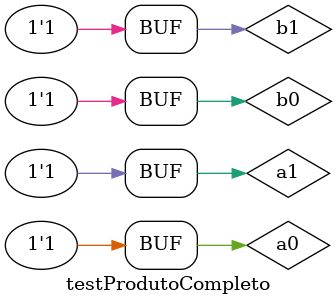
<source format=v>


module produtoCompleto (s0, s1, s2, s3, a0, a1, b0, b1);
output s0, s1, s2, s3;
input a0, a1, b0, b1;

wire s4, s5, s6, s7, s8;

and AND1 (s4, a1, b1);
and AND2 (s5, a0, b0);
and AND3 (s6, a1, b0);
and AND4 (s7, a0, b1);
and AND5 (s3, s4, s5);
not NOT1 (s8, s5);
and AND6 (s2, s4, s8);
xor XOR1 (s1, s6, s7);

assign s0 = s5;

endmodule // -- fim module produtoCompleto

// ------------------------
// -- test Produto Completo 
// ------------------------

module testProdutoCompleto;
reg   a0, a1, a2, b0, b1, b2, c;
wire  s0, s1, s2, s3;

// -- instância
produtoCompleto PC1 (s0, s1, s2, s3, a0, a1, b0, b1);

initial begin:start
a1=0; a0=0; b1=0; b0=0;
end

//-- parte principal
initial begin:main
$display("Guia 05 - Exercicio 03 - Eduardo de Abreu Fortes - 384047");
$display("Test produto_completo de 2 bits");
$display("\na1 a0 * b1 b0 = s20 s10 s00\n");
$monitor("%b %b  *  %b %b  =  %b %b %b %b", a1, a0, b1, b0, s3, s2, s1, s0);
#1  a1=0; a0=0; b1=0; b0=1;
#1  a1=0; a0=0; b1=1; b0=0;
#1  a1=0; a0=0; b1=1; b0=1;
#1  a1=0; a0=1; b1=0; b0=0;
#1  a1=0; a0=1; b1=0; b0=1;
#1  a1=0; a0=1; b1=1; b0=0;
#1  a1=0; a0=1; b1=1; b0=1;
#1  a1=1; a0=0; b1=0; b0=0;
#1  a1=1; a0=0; b1=0; b0=1;
#1  a1=1; a0=0; b1=1; b0=0;
#1  a1=1; a0=0; b1=1; b0=1;
#1  a1=1; a0=1; b1=0; b0=0;
#1  a1=1; a0=1; b1=0; b0=1;
#1  a1=1; a0=1; b1=1; b0=0;
#1  a1=1; a0=1; b1=1; b0=1;

end

endmodule // -- fim module test produto completp
</source>
